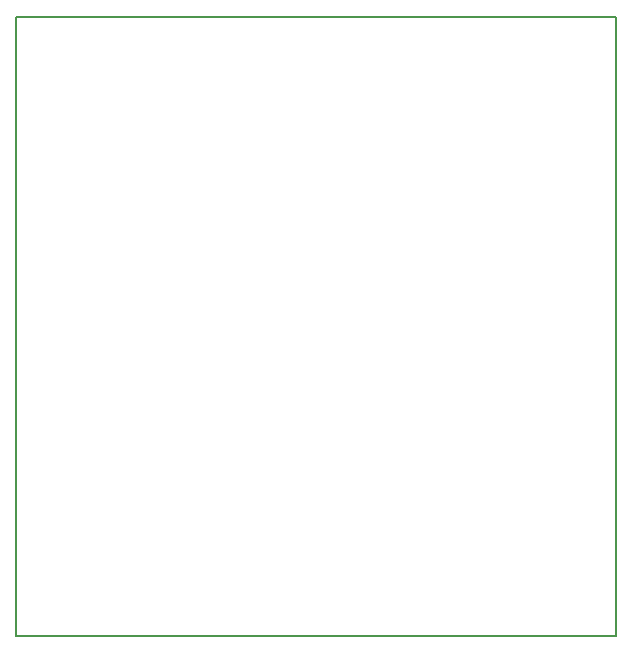
<source format=gbr>
G04 #@! TF.FileFunction,Other,User*
%FSLAX46Y46*%
G04 Gerber Fmt 4.6, Leading zero omitted, Abs format (unit mm)*
G04 Created by KiCad (PCBNEW 4.0.5) date 04/05/17 00:32:57*
%MOMM*%
%LPD*%
G01*
G04 APERTURE LIST*
%ADD10C,0.025400*%
%ADD11C,0.200000*%
G04 APERTURE END LIST*
D10*
D11*
X50800000Y52451000D02*
X0Y52451000D01*
X50800000Y0D02*
X50800000Y52451000D01*
X0Y0D02*
X50800000Y0D01*
X0Y52451000D02*
X0Y0D01*
M02*

</source>
